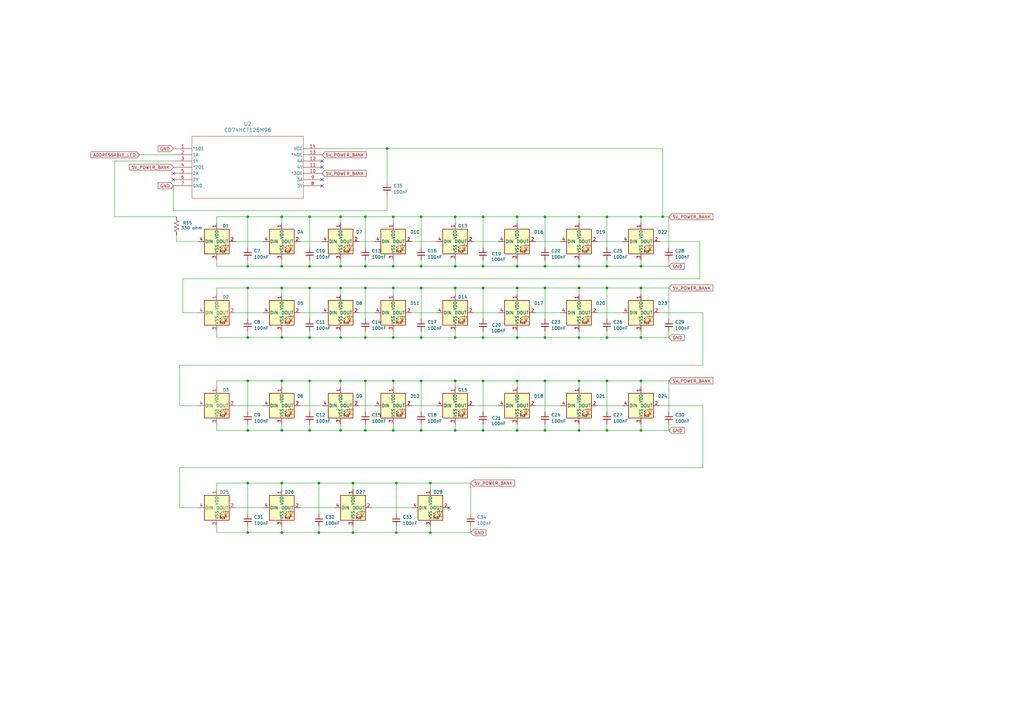
<source format=kicad_sch>
(kicad_sch (version 20250114) (generator "eeschema") (generator_version "9.0")
  (paper "A3")
  (title_block (title "@opensourcedj on twitter") (rev "1") (company "Alex G"))
  (lib_symbols
    (symbol "2025-06-01_06-17-26:CD74HCT125M96" (pin_names (offset 0.254))
      (property "Reference" "U" (at 30.48 10.16 0))
      (property "Value" "CD74HCT125M96" (at 30.48 7.62 0))
      (symbol "CD74HCT125M96_0_1"
        (polyline (pts (xy 7.62 5.08) (xy 7.62 -20.32)) (stroke (width 0.127)))
        (polyline (pts (xy 7.62 -20.32) (xy 53.34 -20.32)) (stroke (width 0.127)))
        (polyline (pts (xy 53.34 5.08) (xy 7.62 5.08)) (stroke (width 0.127)))
        (polyline (pts (xy 53.34 -20.32) (xy 53.34 5.08)) (stroke (width 0.127)))
        (pin input line (at 0 0 0) (length 7.62) (name "*1OE") (number "1"))
        (pin input line (at 0 -2.54 0) (length 7.62) (name "1A") (number "2"))
        (pin output line (at 0 -5.08 0) (length 7.62) (name "1Y") (number "3"))
        (pin input line (at 0 -7.62 0) (length 7.62) (name "*2OE") (number "4"))
        (pin input line (at 0 -10.16 0) (length 7.62) (name "2A") (number "5"))
        (pin output line (at 0 -12.7 0) (length 7.62) (name "2Y") (number "6"))
        (pin power_in line (at 0 -15.24 0) (length 7.62) (name "GND") (number "7"))
        (pin power_in line (at 60.96 0 180) (length 7.62) (name "VCC") (number "14"))
        (pin input line (at 60.96 -2.54 180) (length 7.62) (name "*4OE") (number "13"))
        (pin input line (at 60.96 -5.08 180) (length 7.62) (name "4A") (number "12"))
        (pin output line (at 60.96 -7.62 180) (length 7.62) (name "4Y") (number "11"))
        (pin input line (at 60.96 -10.16 180) (length 7.62) (name "*3OE") (number "10"))
        (pin input line (at 60.96 -12.7 180) (length 7.62) (name "3A") (number "9"))
        (pin output line (at 60.96 -15.24 180) (length 7.62) (name "3Y") (number "8"))
      )
    )
    (symbol "Device:C_Small" (pin_numbers (hide yes)) (pin_names (offset 0.254) (hide yes))
      (property "Reference" "C" (at 0.254 1.778 0))
      (property "Value" "C_Small" (at 0.254 -2.032 0))
      (symbol "C_Small_0_1"
        (polyline (pts (xy -1.524 0.508) (xy 1.524 0.508)) (stroke (width 0.3048)))
        (polyline (pts (xy -1.524 -0.508) (xy 1.524 -0.508)) (stroke (width 0.3302)))
      )
      (symbol "C_Small_1_1"
        (pin passive line (at 0 2.54 270) (length 2.032) (name "~") (number "1"))
        (pin passive line (at 0 -2.54 90) (length 2.032) (name "~") (number "2"))
      )
    )
    (symbol "Device:R_US" (pin_numbers (hide yes)) (pin_names (offset 0))
      (property "Reference" "R" (at 2.54 0 90))
      (property "Value" "R_US" (at -2.54 0 90))
      (symbol "R_US_0_1"
        (polyline (pts (xy 0 2.286) (xy 0 2.54)))
        (polyline (pts (xy 0 2.286) (xy 1.016 1.905) (xy 0 1.524) (xy -1.016 1.143) (xy 0 0.762)))
        (polyline (pts (xy 0 0.762) (xy 1.016 0.381) (xy 0 0) (xy -1.016 -0.381) (xy 0 -0.762)))
        (polyline (pts (xy 0 -0.762) (xy 1.016 -1.143) (xy 0 -1.524) (xy -1.016 -1.905) (xy 0 -2.286)))
        (polyline (pts (xy 0 -2.286) (xy 0 -2.54)))
      )
      (symbol "R_US_1_1"
        (pin passive line (at 0 3.81 270) (length 1.27) (name "~") (number "1"))
        (pin passive line (at 0 -3.81 90) (length 1.27) (name "~") (number "2"))
      )
    )
    (symbol "LED:WS2812B_passive_vss" (pin_names (offset 0.254))
      (property "Reference" "D" (at 5.08 5.715 0))
      (symbol "WS2812B_passive_vss_0_0"
        (text "RGB" (at 2.286 -4.191 0) (effects (font (size 0.762 0.762))))
      )
      (symbol "WS2812B_passive_vss_0_1"
        (polyline (pts (xy 1.27 -2.54) (xy 1.778 -2.54)))
        (polyline (pts (xy 1.27 -3.556) (xy 1.778 -3.556)))
        (polyline (pts (xy 2.286 -1.524) (xy 1.27 -2.54) (xy 1.27 -2.032)))
        (polyline (pts (xy 2.286 -2.54) (xy 1.27 -3.556) (xy 1.27 -3.048)))
        (polyline (pts (xy 3.683 -1.016) (xy 3.683 -3.556) (xy 3.683 -4.064)))
        (polyline (pts (xy 4.699 -1.524) (xy 2.667 -1.524) (xy 3.683 -3.556) (xy 4.699 -1.524)))
        (polyline (pts (xy 4.699 -3.556) (xy 2.667 -3.556)))
        (rectangle (start 5.08 5.08) (end -5.08 -5.08) (stroke (width 0.254)) (fill (type background)))
      )
      (symbol "WS2812B_passive_vss_1_1"
        (pin input line (at -7.62 0 0) (length 2.54) (name "DIN") (number "4"))
        (pin power_in line (at 0 7.62 270) (length 2.54) (name "VDD") (number "1"))
        (pin passive line (at 0 -7.62 90) (length 2.54) (name "VSS") (number "3"))
        (pin output line (at 7.62 0 180) (length 2.54) (name "DOUT") (number "2"))
      )
    )
  )
  (junction (at 149.86 88.9))
  (junction (at 101.6 109.22))
  (junction (at 223.52 138.43))
  (junction (at 248.92 156.21))
  (junction (at 127 118.11))
  (junction (at 223.52 156.21))
  (junction (at 101.6 218.44))
  (junction (at 198.12 138.43))
  (junction (at 262.89 156.21))
  (junction (at 139.7 156.21))
  (junction (at 223.52 118.11))
  (junction (at 101.6 118.11))
  (junction (at 161.29 109.22))
  (junction (at 115.57 138.43))
  (junction (at 115.57 88.9))
  (junction (at 162.56 198.12))
  (junction (at 161.29 88.9))
  (junction (at 271.78 88.9))
  (junction (at 158.75 60.96))
  (junction (at 176.53 198.12))
  (junction (at 127 156.21))
  (junction (at 212.09 88.9))
  (junction (at 144.78 218.44))
  (junction (at 262.89 176.53))
  (junction (at 149.86 176.53))
  (junction (at 186.69 156.21))
  (junction (at 198.12 88.9))
  (junction (at 248.92 176.53))
  (junction (at 212.09 118.11))
  (junction (at 161.29 138.43))
  (junction (at 223.52 176.53))
  (junction (at 237.49 138.43))
  (junction (at 161.29 176.53))
  (junction (at 139.7 138.43))
  (junction (at 212.09 156.21))
  (junction (at 115.57 176.53))
  (junction (at 223.52 109.22))
  (junction (at 172.72 118.11))
  (junction (at 198.12 109.22))
  (junction (at 237.49 176.53))
  (junction (at 223.52 88.9))
  (junction (at 237.49 88.9))
  (junction (at 262.89 138.43))
  (junction (at 149.86 109.22))
  (junction (at 139.7 176.53))
  (junction (at 149.86 138.43))
  (junction (at 101.6 198.12))
  (junction (at 248.92 109.22))
  (junction (at 248.92 138.43))
  (junction (at 115.57 156.21))
  (junction (at 262.89 109.22))
  (junction (at 161.29 156.21))
  (junction (at 161.29 118.11))
  (junction (at 248.92 118.11))
  (junction (at 262.89 88.9))
  (junction (at 115.57 109.22))
  (junction (at 172.72 176.53))
  (junction (at 186.69 118.11))
  (junction (at 101.6 176.53))
  (junction (at 127 138.43))
  (junction (at 115.57 218.44))
  (junction (at 127 109.22))
  (junction (at 237.49 156.21))
  (junction (at 144.78 198.12))
  (junction (at 198.12 118.11))
  (junction (at 172.72 109.22))
  (junction (at 127 88.9))
  (junction (at 115.57 118.11))
  (junction (at 139.7 88.9))
  (junction (at 186.69 109.22))
  (junction (at 149.86 118.11))
  (junction (at 101.6 138.43))
  (junction (at 101.6 156.21))
  (junction (at 237.49 109.22))
  (junction (at 212.09 138.43))
  (junction (at 130.81 218.44))
  (junction (at 176.53 218.44))
  (junction (at 130.81 198.12))
  (junction (at 212.09 109.22))
  (junction (at 127 176.53))
  (junction (at 101.6 88.9))
  (junction (at 186.69 176.53))
  (junction (at 248.92 88.9))
  (junction (at 262.89 118.11))
  (junction (at 139.7 109.22))
  (junction (at 149.86 156.21))
  (junction (at 172.72 156.21))
  (junction (at 172.72 88.9))
  (junction (at 139.7 118.11))
  (junction (at 115.57 198.12))
  (junction (at 237.49 118.11))
  (junction (at 198.12 156.21))
  (junction (at 212.09 176.53))
  (junction (at 186.69 88.9))
  (junction (at 162.56 218.44))
  (junction (at 198.12 176.53))
  (junction (at 172.72 138.43))
  (junction (at 186.69 138.43))
  (no_connect (at 132.08 66.04))
  (no_connect (at 71.12 71.12))
  (no_connect (at 71.12 73.66))
  (no_connect (at 132.08 76.2))
  (no_connect (at 132.08 73.66))
  (no_connect (at 132.08 68.58))
  (no_connect (at 184.15 208.28))
  (wire (pts (xy 198.12 138.43) (xy 212.09 138.43)))
  (wire (pts (xy 149.86 118.11) (xy 161.29 118.11)))
  (wire (pts (xy 223.52 176.53) (xy 237.49 176.53)))
  (wire (pts (xy 212.09 106.68) (xy 212.09 109.22)))
  (wire (pts (xy 172.72 109.22) (xy 186.69 109.22)))
  (wire (pts (xy 88.9 88.9) (xy 101.6 88.9)))
  (wire (pts (xy 223.52 106.68) (xy 223.52 109.22)))
  (wire (pts (xy 186.69 173.99) (xy 186.69 176.53)))
  (wire (pts (xy 101.6 176.53) (xy 115.57 176.53)))
  (wire (pts (xy 139.7 88.9) (xy 149.86 88.9)))
  (wire (pts (xy 186.69 176.53) (xy 198.12 176.53)))
  (wire (pts (xy 88.9 158.75) (xy 88.9 156.21)))
  (wire (pts (xy 248.92 156.21) (xy 262.89 156.21)))
  (wire (pts (xy 288.29 191.77) (xy 73.66 191.77)))
  (wire (pts (xy 147.32 166.37) (xy 153.67 166.37)))
  (wire (pts (xy 115.57 218.44) (xy 130.81 218.44)))
  (wire (pts (xy 262.89 156.21) (xy 262.89 158.75)))
  (wire (pts (xy 127 176.53) (xy 139.7 176.53)))
  (wire (pts (xy 248.92 138.43) (xy 262.89 138.43)))
  (wire (pts (xy 149.86 135.89) (xy 149.86 138.43)))
  (wire (pts (xy 248.92 176.53) (xy 262.89 176.53)))
  (wire (pts (xy 194.31 166.37) (xy 204.47 166.37)))
  (wire (pts (xy 127 173.99) (xy 127 176.53)))
  (wire (pts (xy 176.53 215.9) (xy 176.53 218.44)))
  (wire (pts (xy 72.39 96.52) (xy 72.39 99.06)))
  (wire (pts (xy 162.56 198.12) (xy 176.53 198.12)))
  (wire (pts (xy 198.12 156.21) (xy 212.09 156.21)))
  (wire (pts (xy 73.66 191.77) (xy 73.66 208.28)))
  (wire (pts (xy 101.6 156.21) (xy 115.57 156.21)))
  (wire (pts (xy 149.86 109.22) (xy 161.29 109.22)))
  (wire (pts (xy 96.52 208.28) (xy 107.95 208.28)))
  (wire (pts (xy 101.6 135.89) (xy 101.6 138.43)))
  (wire (pts (xy 248.92 88.9) (xy 262.89 88.9)))
  (wire (pts (xy 212.09 88.9) (xy 223.52 88.9)))
  (wire (pts (xy 237.49 138.43) (xy 248.92 138.43)))
  (wire (pts (xy 101.6 173.99) (xy 101.6 176.53)))
  (wire (pts (xy 161.29 138.43) (xy 172.72 138.43)))
  (wire (pts (xy 172.72 138.43) (xy 186.69 138.43)))
  (wire (pts (xy 274.32 135.89) (xy 274.32 138.43)))
  (wire (pts (xy 237.49 118.11) (xy 248.92 118.11)))
  (wire (pts (xy 115.57 173.99) (xy 115.57 176.53)))
  (wire (pts (xy 162.56 218.44) (xy 176.53 218.44)))
  (wire (pts (xy 101.6 109.22) (xy 115.57 109.22)))
  (wire (pts (xy 139.7 173.99) (xy 139.7 176.53)))
  (wire (pts (xy 161.29 109.22) (xy 172.72 109.22)))
  (wire (pts (xy 127 88.9) (xy 127 101.6)))
  (wire (pts (xy 149.86 88.9) (xy 161.29 88.9)))
  (wire (pts (xy 101.6 118.11) (xy 101.6 130.81)))
  (wire (pts (xy 149.86 176.53) (xy 161.29 176.53)))
  (wire (pts (xy 127 118.11) (xy 127 130.81)))
  (wire (pts (xy 130.81 198.12) (xy 144.78 198.12)))
  (wire (pts (xy 130.81 215.9) (xy 130.81 218.44)))
  (wire (pts (xy 115.57 198.12) (xy 130.81 198.12)))
  (wire (pts (xy 158.75 60.96) (xy 271.78 60.96)))
  (wire (pts (xy 287.02 114.3) (xy 74.93 114.3)))
  (wire (pts (xy 172.72 173.99) (xy 172.72 176.53)))
  (wire (pts (xy 88.9 198.12) (xy 101.6 198.12)))
  (wire (pts (xy 71.12 66.04) (xy 46.99 66.04)))
  (wire (pts (xy 115.57 156.21) (xy 127 156.21)))
  (wire (pts (xy 172.72 156.21) (xy 172.72 168.91)))
  (wire (pts (xy 237.49 88.9) (xy 248.92 88.9)))
  (wire (pts (xy 101.6 198.12) (xy 101.6 210.82)))
  (wire (pts (xy 147.32 128.27) (xy 153.67 128.27)))
  (wire (pts (xy 88.9 88.9) (xy 88.9 91.44)))
  (wire (pts (xy 223.52 156.21) (xy 223.52 168.91)))
  (wire (pts (xy 96.52 99.06) (xy 107.95 99.06)))
  (wire (pts (xy 262.89 88.9) (xy 262.89 91.44)))
  (wire (pts (xy 73.66 166.37) (xy 81.28 166.37)))
  (wire (pts (xy 274.32 106.68) (xy 274.32 109.22)))
  (wire (pts (xy 212.09 156.21) (xy 212.09 158.75)))
  (wire (pts (xy 139.7 88.9) (xy 139.7 91.44)))
  (wire (pts (xy 139.7 106.68) (xy 139.7 109.22)))
  (wire (pts (xy 149.86 106.68) (xy 149.86 109.22)))
  (wire (pts (xy 223.52 118.11) (xy 237.49 118.11)))
  (wire (pts (xy 212.09 176.53) (xy 223.52 176.53)))
  (wire (pts (xy 237.49 135.89) (xy 237.49 138.43)))
  (wire (pts (xy 115.57 109.22) (xy 127 109.22)))
  (wire (pts (xy 212.09 109.22) (xy 223.52 109.22)))
  (wire (pts (xy 139.7 156.21) (xy 149.86 156.21)))
  (wire (pts (xy 262.89 88.9) (xy 271.78 88.9)))
  (wire (pts (xy 274.32 156.21) (xy 274.32 168.91)))
  (wire (pts (xy 144.78 198.12) (xy 144.78 200.66)))
  (wire (pts (xy 198.12 118.11) (xy 198.12 130.81)))
  (wire (pts (xy 139.7 109.22) (xy 149.86 109.22)))
  (wire (pts (xy 96.52 128.27) (xy 107.95 128.27)))
  (wire (pts (xy 198.12 176.53) (xy 212.09 176.53)))
  (wire (pts (xy 186.69 109.22) (xy 198.12 109.22)))
  (wire (pts (xy 152.4 208.28) (xy 168.91 208.28)))
  (wire (pts (xy 172.72 118.11) (xy 186.69 118.11)))
  (wire (pts (xy 237.49 156.21) (xy 237.49 158.75)))
  (wire (pts (xy 248.92 109.22) (xy 262.89 109.22)))
  (wire (pts (xy 212.09 173.99) (xy 212.09 176.53)))
  (wire (pts (xy 101.6 138.43) (xy 115.57 138.43)))
  (wire (pts (xy 158.75 74.93) (xy 158.75 60.96)))
  (wire (pts (xy 149.86 118.11) (xy 149.86 130.81)))
  (wire (pts (xy 115.57 176.53) (xy 127 176.53)))
  (wire (pts (xy 149.86 156.21) (xy 161.29 156.21)))
  (wire (pts (xy 219.71 166.37) (xy 229.87 166.37)))
  (wire (pts (xy 139.7 118.11) (xy 139.7 120.65)))
  (wire (pts (xy 144.78 218.44) (xy 162.56 218.44)))
  (wire (pts (xy 223.52 135.89) (xy 223.52 138.43)))
  (wire (pts (xy 115.57 118.11) (xy 115.57 120.65)))
  (wire (pts (xy 223.52 138.43) (xy 237.49 138.43)))
  (wire (pts (xy 72.39 99.06) (xy 81.28 99.06)))
  (wire (pts (xy 223.52 173.99) (xy 223.52 176.53)))
  (wire (pts (xy 212.09 118.11) (xy 223.52 118.11)))
  (wire (pts (xy 101.6 198.12) (xy 115.57 198.12)))
  (wire (pts (xy 115.57 135.89) (xy 115.57 138.43)))
  (wire (pts (xy 262.89 106.68) (xy 262.89 109.22)))
  (wire (pts (xy 288.29 149.86) (xy 73.66 149.86)))
  (wire (pts (xy 161.29 176.53) (xy 172.72 176.53)))
  (wire (pts (xy 115.57 198.12) (xy 115.57 200.66)))
  (wire (pts (xy 245.11 166.37) (xy 255.27 166.37)))
  (wire (pts (xy 57.15 63.5) (xy 71.12 63.5)))
  (wire (pts (xy 88.9 156.21) (xy 101.6 156.21)))
  (wire (pts (xy 88.9 176.53) (xy 101.6 176.53)))
  (wire (pts (xy 139.7 176.53) (xy 149.86 176.53)))
  (wire (pts (xy 245.11 99.06) (xy 255.27 99.06)))
  (wire (pts (xy 248.92 118.11) (xy 262.89 118.11)))
  (wire (pts (xy 271.78 60.96) (xy 271.78 88.9)))
  (wire (pts (xy 274.32 118.11) (xy 274.32 130.81)))
  (wire (pts (xy 176.53 198.12) (xy 176.53 200.66)))
  (wire (pts (xy 172.72 106.68) (xy 172.72 109.22)))
  (wire (pts (xy 46.99 66.04) (xy 46.99 88.9)))
  (wire (pts (xy 198.12 173.99) (xy 198.12 176.53)))
  (wire (pts (xy 162.56 198.12) (xy 162.56 210.82)))
  (wire (pts (xy 186.69 118.11) (xy 186.69 120.65)))
  (wire (pts (xy 270.51 128.27) (xy 288.29 128.27)))
  (wire (pts (xy 149.86 138.43) (xy 161.29 138.43)))
  (wire (pts (xy 88.9 120.65) (xy 88.9 118.11)))
  (wire (pts (xy 193.04 215.9) (xy 193.04 218.44)))
  (wire (pts (xy 88.9 138.43) (xy 101.6 138.43)))
  (wire (pts (xy 262.89 138.43) (xy 274.32 138.43)))
  (wire (pts (xy 127 118.11) (xy 139.7 118.11)))
  (wire (pts (xy 186.69 156.21) (xy 186.69 158.75)))
  (wire (pts (xy 245.11 128.27) (xy 255.27 128.27)))
  (wire (pts (xy 149.86 156.21) (xy 149.86 168.91)))
  (wire (pts (xy 186.69 106.68) (xy 186.69 109.22)))
  (wire (pts (xy 127 109.22) (xy 139.7 109.22)))
  (wire (pts (xy 172.72 88.9) (xy 186.69 88.9)))
  (wire (pts (xy 161.29 156.21) (xy 172.72 156.21)))
  (wire (pts (xy 168.91 128.27) (xy 179.07 128.27)))
  (wire (pts (xy 262.89 135.89) (xy 262.89 138.43)))
  (wire (pts (xy 194.31 128.27) (xy 204.47 128.27)))
  (wire (pts (xy 270.51 166.37) (xy 288.29 166.37)))
  (wire (pts (xy 149.86 88.9) (xy 149.86 101.6)))
  (wire (pts (xy 248.92 88.9) (xy 248.92 101.6)))
  (wire (pts (xy 139.7 138.43) (xy 149.86 138.43)))
  (wire (pts (xy 237.49 109.22) (xy 248.92 109.22)))
  (wire (pts (xy 161.29 88.9) (xy 172.72 88.9)))
  (wire (pts (xy 123.19 99.06) (xy 132.08 99.06)))
  (wire (pts (xy 101.6 106.68) (xy 101.6 109.22)))
  (wire (pts (xy 115.57 106.68) (xy 115.57 109.22)))
  (wire (pts (xy 262.89 176.53) (xy 274.32 176.53)))
  (wire (pts (xy 161.29 173.99) (xy 161.29 176.53)))
  (wire (pts (xy 223.52 156.21) (xy 237.49 156.21)))
  (wire (pts (xy 74.93 128.27) (xy 81.28 128.27)))
  (wire (pts (xy 262.89 156.21) (xy 274.32 156.21)))
  (wire (pts (xy 212.09 138.43) (xy 223.52 138.43)))
  (wire (pts (xy 158.75 86.36) (xy 158.75 80.01)))
  (wire (pts (xy 194.31 99.06) (xy 204.47 99.06)))
  (wire (pts (xy 212.09 156.21) (xy 223.52 156.21)))
  (wire (pts (xy 96.52 166.37) (xy 107.95 166.37)))
  (wire (pts (xy 161.29 106.68) (xy 161.29 109.22)))
  (wire (pts (xy 161.29 88.9) (xy 161.29 91.44)))
  (wire (pts (xy 262.89 118.11) (xy 274.32 118.11)))
  (wire (pts (xy 127 156.21) (xy 127 168.91)))
  (wire (pts (xy 130.81 198.12) (xy 130.81 210.82)))
  (wire (pts (xy 161.29 118.11) (xy 161.29 120.65)))
  (wire (pts (xy 212.09 135.89) (xy 212.09 138.43)))
  (wire (pts (xy 287.02 99.06) (xy 287.02 114.3)))
  (wire (pts (xy 274.32 88.9) (xy 274.32 101.6)))
  (wire (pts (xy 88.9 109.22) (xy 101.6 109.22)))
  (wire (pts (xy 144.78 215.9) (xy 144.78 218.44)))
  (wire (pts (xy 288.29 166.37) (xy 288.29 191.77)))
  (wire (pts (xy 127 135.89) (xy 127 138.43)))
  (wire (pts (xy 127 156.21) (xy 139.7 156.21)))
  (wire (pts (xy 132.08 60.96) (xy 158.75 60.96)))
  (wire (pts (xy 161.29 135.89) (xy 161.29 138.43)))
  (wire (pts (xy 101.6 215.9) (xy 101.6 218.44)))
  (wire (pts (xy 219.71 99.06) (xy 229.87 99.06)))
  (wire (pts (xy 248.92 135.89) (xy 248.92 138.43)))
  (wire (pts (xy 149.86 173.99) (xy 149.86 176.53)))
  (wire (pts (xy 262.89 118.11) (xy 262.89 120.65)))
  (wire (pts (xy 139.7 135.89) (xy 139.7 138.43)))
  (wire (pts (xy 198.12 88.9) (xy 212.09 88.9)))
  (wire (pts (xy 168.91 99.06) (xy 179.07 99.06)))
  (wire (pts (xy 223.52 88.9) (xy 223.52 101.6)))
  (wire (pts (xy 123.19 208.28) (xy 137.16 208.28)))
  (wire (pts (xy 186.69 88.9) (xy 198.12 88.9)))
  (wire (pts (xy 168.91 166.37) (xy 179.07 166.37)))
  (wire (pts (xy 101.6 218.44) (xy 115.57 218.44)))
  (wire (pts (xy 198.12 106.68) (xy 198.12 109.22)))
  (wire (pts (xy 88.9 173.99) (xy 88.9 176.53)))
  (wire (pts (xy 237.49 176.53) (xy 248.92 176.53)))
  (wire (pts (xy 88.9 200.66) (xy 88.9 198.12)))
  (wire (pts (xy 237.49 88.9) (xy 237.49 91.44)))
  (wire (pts (xy 101.6 88.9) (xy 101.6 101.6)))
  (wire (pts (xy 88.9 218.44) (xy 101.6 218.44)))
  (wire (pts (xy 271.78 88.9) (xy 274.32 88.9)))
  (wire (pts (xy 223.52 88.9) (xy 237.49 88.9)))
  (wire (pts (xy 219.71 128.27) (xy 229.87 128.27)))
  (wire (pts (xy 212.09 118.11) (xy 212.09 120.65)))
  (wire (pts (xy 127 138.43) (xy 139.7 138.43)))
  (wire (pts (xy 270.51 99.06) (xy 287.02 99.06)))
  (wire (pts (xy 198.12 118.11) (xy 212.09 118.11)))
  (wire (pts (xy 212.09 88.9) (xy 212.09 91.44)))
  (wire (pts (xy 248.92 106.68) (xy 248.92 109.22)))
  (wire (pts (xy 198.12 156.21) (xy 198.12 168.91)))
  (wire (pts (xy 172.72 176.53) (xy 186.69 176.53)))
  (wire (pts (xy 88.9 118.11) (xy 101.6 118.11)))
  (wire (pts (xy 115.57 88.9) (xy 127 88.9)))
  (wire (pts (xy 73.66 208.28) (xy 81.28 208.28)))
  (wire (pts (xy 223.52 109.22) (xy 237.49 109.22)))
  (wire (pts (xy 46.99 88.9) (xy 72.39 88.9)))
  (wire (pts (xy 172.72 118.11) (xy 172.72 130.81)))
  (wire (pts (xy 198.12 135.89) (xy 198.12 138.43)))
  (wire (pts (xy 223.52 118.11) (xy 223.52 130.81)))
  (wire (pts (xy 162.56 215.9) (xy 162.56 218.44)))
  (wire (pts (xy 88.9 106.68) (xy 88.9 109.22)))
  (wire (pts (xy 198.12 109.22) (xy 212.09 109.22)))
  (wire (pts (xy 161.29 156.21) (xy 161.29 158.75)))
  (wire (pts (xy 71.12 76.2) (xy 71.12 86.36)))
  (wire (pts (xy 123.19 166.37) (xy 132.08 166.37)))
  (wire (pts (xy 237.49 156.21) (xy 248.92 156.21)))
  (wire (pts (xy 139.7 118.11) (xy 149.86 118.11)))
  (wire (pts (xy 161.29 118.11) (xy 172.72 118.11)))
  (wire (pts (xy 193.04 198.12) (xy 193.04 210.82)))
  (wire (pts (xy 123.19 128.27) (xy 132.08 128.27)))
  (wire (pts (xy 115.57 156.21) (xy 115.57 158.75)))
  (wire (pts (xy 237.49 106.68) (xy 237.49 109.22)))
  (wire (pts (xy 288.29 128.27) (xy 288.29 149.86)))
  (wire (pts (xy 186.69 138.43) (xy 198.12 138.43)))
  (wire (pts (xy 101.6 156.21) (xy 101.6 168.91)))
  (wire (pts (xy 248.92 156.21) (xy 248.92 168.91)))
  (wire (pts (xy 248.92 173.99) (xy 248.92 176.53)))
  (wire (pts (xy 147.32 99.06) (xy 153.67 99.06)))
  (wire (pts (xy 144.78 198.12) (xy 162.56 198.12)))
  (wire (pts (xy 130.81 218.44) (xy 144.78 218.44)))
  (wire (pts (xy 172.72 135.89) (xy 172.72 138.43)))
  (wire (pts (xy 237.49 118.11) (xy 237.49 120.65)))
  (wire (pts (xy 262.89 109.22) (xy 274.32 109.22)))
  (wire (pts (xy 115.57 88.9) (xy 115.57 91.44)))
  (wire (pts (xy 74.93 114.3) (xy 74.93 128.27)))
  (wire (pts (xy 176.53 198.12) (xy 193.04 198.12)))
  (wire (pts (xy 186.69 88.9) (xy 186.69 91.44)))
  (wire (pts (xy 101.6 118.11) (xy 115.57 118.11)))
  (wire (pts (xy 71.12 86.36) (xy 158.75 86.36)))
  (wire (pts (xy 274.32 173.99) (xy 274.32 176.53)))
  (wire (pts (xy 262.89 173.99) (xy 262.89 176.53)))
  (wire (pts (xy 198.12 88.9) (xy 198.12 101.6)))
  (wire (pts (xy 88.9 215.9) (xy 88.9 218.44)))
  (wire (pts (xy 248.92 118.11) (xy 248.92 130.81)))
  (wire (pts (xy 172.72 156.21) (xy 186.69 156.21)))
  (wire (pts (xy 237.49 173.99) (xy 237.49 176.53)))
  (wire (pts (xy 186.69 156.21) (xy 198.12 156.21)))
  (wire (pts (xy 88.9 135.89) (xy 88.9 138.43)))
  (wire (pts (xy 101.6 88.9) (xy 115.57 88.9)))
  (wire (pts (xy 186.69 118.11) (xy 198.12 118.11)))
  (wire (pts (xy 172.72 88.9) (xy 172.72 101.6)))
  (wire (pts (xy 115.57 118.11) (xy 127 118.11)))
  (wire (pts (xy 186.69 135.89) (xy 186.69 138.43)))
  (wire (pts (xy 139.7 156.21) (xy 139.7 158.75)))
  (wire (pts (xy 176.53 218.44) (xy 193.04 218.44)))
  (wire (pts (xy 73.66 149.86) (xy 73.66 166.37)))
  (wire (pts (xy 115.57 138.43) (xy 127 138.43)))
  (wire (pts (xy 127 106.68) (xy 127 109.22)))
  (wire (pts (xy 127 88.9) (xy 139.7 88.9)))
  (wire (pts (xy 115.57 215.9) (xy 115.57 218.44)))
  (global_label "GND" (shape input) (at 274.32 109.22 0) (property "Intersheetrefs" "${INTERSHEET_REFS}" (effects (hide yes))))
  (global_label "5V_POWER_BANK" (shape input) (at 274.32 118.11 0) (property "Intersheetrefs" "${INTERSHEET_REFS}" (effects (hide yes))))
  (global_label "GND" (shape input) (at 274.32 138.43 0) (property "Intersheetrefs" "${INTERSHEET_REFS}" (effects (hide yes))))
  (global_label "GND" (shape input) (at 193.04 218.44 0) (property "Intersheetrefs" "${INTERSHEET_REFS}" (effects (hide yes))))
  (global_label "GND" (shape input) (at 71.12 76.2 180) (property "Intersheetrefs" "${INTERSHEET_REFS}" (effects (hide yes))))
  (global_label "5V_POWER_BANK" (shape input) (at 193.04 198.12 0) (property "Intersheetrefs" "${INTERSHEET_REFS}" (effects (hide yes))))
  (global_label "GND" (shape input) (at 274.32 176.53 0) (property "Intersheetrefs" "${INTERSHEET_REFS}" (effects (hide yes))))
  (global_label "5V_POWER_BANK" (shape input) (at 132.08 71.12 0) (property "Intersheetrefs" "${INTERSHEET_REFS}" (effects (hide yes))))
  (global_label "5V_POWER_BANK" (shape input) (at 71.12 68.58 180) (property "Intersheetrefs" "${INTERSHEET_REFS}" (effects (hide yes))))
  (global_label "5V_POWER_BANK" (shape input) (at 274.32 88.9 0) (property "Intersheetrefs" "${INTERSHEET_REFS}" (effects (hide yes))))
  (global_label "5V_POWER_BANK" (shape input) (at 274.32 156.21 0) (property "Intersheetrefs" "${INTERSHEET_REFS}" (effects (hide yes))))
  (global_label "GND" (shape input) (at 71.12 60.96 180) (property "Intersheetrefs" "${INTERSHEET_REFS}" (effects (hide yes))))
  (global_label "ADDRESSABLE_LED" (shape input) (at 57.15 63.5 180) (property "Intersheetrefs" "${INTERSHEET_REFS}" (effects (hide yes))))
  (global_label "5V_POWER_BANK" (shape input) (at 132.08 63.5 0) (property "Intersheetrefs" "${INTERSHEET_REFS}" (effects (hide yes))))
  (symbol (lib_id "Device:C_Small") (at 127 171.45 0) (unit 1)
    (property "Reference" "C12" (at 129.54 170.1862 0) (effects (justify left)))
    (property "Value" "100nF" (at 129.54 172.7262 0) (effects (justify left)))
    (property "Footprint" "Capacitor_SMD:C_0603_1608Metric" (effects (hide yes)))
    (property "Description" "Unpolarized capacitor, small symbol" (effects (hide yes)))
  )
  (symbol (lib_id "Device:C_Small") (at 274.32 171.45 0) (unit 1)
    (property "Reference" "C30" (at 276.86 170.1862 0) (effects (justify left)))
    (property "Value" "100nF" (at 276.86 172.7262 0) (effects (justify left)))
    (property "Footprint" "Capacitor_SMD:C_0603_1608Metric" (effects (hide yes)))
    (property "Description" "Unpolarized capacitor, small symbol" (effects (hide yes)))
  )
  (symbol (lib_id "LED:WS2812B_passive_vss") (at 212.09 166.37 0) (unit 1)
    (property "Reference" "D18" (at 220.98 162.4898 0))
    (property "Value" "WS2812B_passive_vss" (effects (hide yes)))
    (property "Footprint" "LED_SMD:LED_WS2812B_PLCC4_5.0x5.0mm_P3.2mm" (effects (hide yes)))
    (property "Datasheet" "https://cdn-shop.adafruit.com/datasheets/WS2812B.pdf" (effects (hide yes)))
    (property "Description" "RGB LED with integrated controller" (effects (hide yes)))
  )
  (symbol (lib_id "Device:C_Small") (at 223.52 133.35 0) (unit 1)
    (property "Reference" "C23" (at 226.06 132.0862 0) (effects (justify left)))
    (property "Value" "100nF" (at 226.06 134.6262 0) (effects (justify left)))
    (property "Footprint" "Capacitor_SMD:C_0603_1608Metric" (effects (hide yes)))
    (property "Description" "Unpolarized capacitor, small symbol" (effects (hide yes)))
  )
  (symbol (lib_id "Device:C_Small") (at 101.6 171.45 0) (unit 1)
    (property "Reference" "C9" (at 104.14 170.1862 0) (effects (justify left)))
    (property "Value" "100nF" (at 104.14 172.7262 0) (effects (justify left)))
    (property "Footprint" "Capacitor_SMD:C_0603_1608Metric" (effects (hide yes)))
    (property "Description" "Unpolarized capacitor, small symbol" (effects (hide yes)))
  )
  (symbol (lib_id "LED:WS2812B_passive_vss") (at 115.57 208.28 0) (unit 1)
    (property "Reference" "D26" (at 120.65 202.565 0) (effects (justify right bottom)))
    (property "Value" "WS2812B_passive_vss" (effects (hide yes)))
    (property "Footprint" "LED_SMD:LED_WS2812B_PLCC4_5.0x5.0mm_P3.2mm" (effects (hide yes)))
    (property "Datasheet" "https://cdn-shop.adafruit.com/datasheets/WS2812B.pdf" (effects (hide yes)))
    (property "Description" "RGB LED with integrated controller" (effects (hide yes)))
  )
  (symbol (lib_id "LED:WS2812B_passive_vss") (at 139.7 128.27 0) (unit 1)
    (property "Reference" "D8" (at 147.32 124.3898 0))
    (property "Value" "WS2812B_passive_vss" (effects (hide yes)))
    (property "Footprint" "LED_SMD:LED_WS2812B_PLCC4_5.0x5.0mm_P3.2mm" (effects (hide yes)))
    (property "Datasheet" "https://cdn-shop.adafruit.com/datasheets/WS2812B.pdf" (effects (hide yes)))
    (property "Description" "RGB LED with integrated controller" (effects (hide yes)))
  )
  (symbol (lib_id "LED:WS2812B_passive_vss") (at 237.49 128.27 0) (unit 1)
    (property "Reference" "D20" (at 246.38 124.3898 0))
    (property "Value" "WS2812B_passive_vss" (effects (hide yes)))
    (property "Footprint" "LED_SMD:LED_WS2812B_PLCC4_5.0x5.0mm_P3.2mm" (effects (hide yes)))
    (property "Datasheet" "https://cdn-shop.adafruit.com/datasheets/WS2812B.pdf" (effects (hide yes)))
    (property "Description" "RGB LED with integrated controller" (effects (hide yes)))
  )
  (symbol (lib_id "Device:C_Small") (at 158.75 77.47 0) (unit 1)
    (property "Reference" "C35" (at 161.29 76.2062 0) (effects (justify left)))
    (property "Value" "100nF" (at 161.29 78.7462 0) (effects (justify left)))
    (property "Footprint" "Capacitor_SMD:C_0603_1608Metric" (effects (hide yes)))
    (property "Description" "Unpolarized capacitor, small symbol" (effects (hide yes)))
  )
  (symbol (lib_id "Device:C_Small") (at 248.92 104.14 0) (unit 1)
    (property "Reference" "C25" (at 251.46 102.8762 0) (effects (justify left)))
    (property "Value" "100nF" (at 251.46 105.4162 0) (effects (justify left)))
    (property "Footprint" "Capacitor_SMD:C_0603_1608Metric" (effects (hide yes)))
    (property "Description" "Unpolarized capacitor, small symbol" (effects (hide yes)))
  )
  (symbol (lib_id "LED:WS2812B_passive_vss") (at 88.9 128.27 0) (unit 1)
    (property "Reference" "D2" (at 93.98 122.555 0) (effects (justify right bottom)))
    (property "Value" "WS2812B_passive_vss" (effects (hide yes)))
    (property "Footprint" "LED_SMD:LED_WS2812B_PLCC4_5.0x5.0mm_P3.2mm" (effects (hide yes)))
    (property "Datasheet" "https://cdn-shop.adafruit.com/datasheets/WS2812B.pdf" (effects (hide yes)))
    (property "Description" "RGB LED with integrated controller" (effects (hide yes)))
  )
  (symbol (lib_id "LED:WS2812B_passive_vss") (at 144.78 208.28 0) (unit 1)
    (property "Reference" "D27" (at 149.86 202.565 0) (effects (justify right bottom)))
    (property "Value" "WS2812B_passive_vss" (effects (hide yes)))
    (property "Footprint" "LED_SMD:LED_WS2812B_PLCC4_5.0x5.0mm_P3.2mm" (effects (hide yes)))
    (property "Datasheet" "https://cdn-shop.adafruit.com/datasheets/WS2812B.pdf" (effects (hide yes)))
    (property "Description" "RGB LED with integrated controller" (effects (hide yes)))
  )
  (symbol (lib_id "Device:C_Small") (at 127 104.14 0) (unit 1)
    (property "Reference" "C10" (at 129.54 102.8762 0) (effects (justify left)))
    (property "Value" "100nF" (at 129.54 105.4162 0) (effects (justify left)))
    (property "Footprint" "Capacitor_SMD:C_0603_1608Metric" (effects (hide yes)))
    (property "Description" "Unpolarized capacitor, small symbol" (effects (hide yes)))
  )
  (symbol (lib_id "Device:C_Small") (at 274.32 133.35 0) (unit 1)
    (property "Reference" "C29" (at 276.86 132.0862 0) (effects (justify left)))
    (property "Value" "100nF" (at 276.86 134.6262 0) (effects (justify left)))
    (property "Footprint" "Capacitor_SMD:C_0603_1608Metric" (effects (hide yes)))
    (property "Description" "Unpolarized capacitor, small symbol" (effects (hide yes)))
  )
  (symbol (lib_id "Device:C_Small") (at 101.6 133.35 0) (unit 1)
    (property "Reference" "C8" (at 104.14 132.0862 0) (effects (justify left)))
    (property "Value" "100nF" (at 104.14 134.6262 0) (effects (justify left)))
    (property "Footprint" "Capacitor_SMD:C_0603_1608Metric" (effects (hide yes)))
    (property "Description" "Unpolarized capacitor, small symbol" (effects (hide yes)))
  )
  (symbol (lib_id "Device:C_Small") (at 198.12 133.35 0) (unit 1)
    (property "Reference" "C20" (at 201.676 133.35 0) (effects (justify left)))
    (property "Value" "100nF" (at 201.422 135.636 0) (effects (justify left)))
    (property "Footprint" "Capacitor_SMD:C_0603_1608Metric" (effects (hide yes)))
    (property "Description" "Unpolarized capacitor, small symbol" (effects (hide yes)))
  )
  (symbol (lib_id "Device:C_Small") (at 172.72 171.45 0) (unit 1)
    (property "Reference" "C18" (at 175.26 170.1862 0) (effects (justify left)))
    (property "Value" "100nF" (at 175.26 172.7262 0) (effects (justify left)))
    (property "Footprint" "Capacitor_SMD:C_0603_1608Metric" (effects (hide yes)))
    (property "Description" "Unpolarized capacitor, small symbol" (effects (hide yes)))
  )
  (symbol (lib_id "Device:C_Small") (at 101.6 213.36 0) (unit 1)
    (property "Reference" "C31" (at 104.14 212.0962 0) (effects (justify left)))
    (property "Value" "100nF" (at 104.14 214.6362 0) (effects (justify left)))
    (property "Footprint" "Capacitor_SMD:C_0603_1608Metric" (effects (hide yes)))
    (property "Description" "Unpolarized capacitor, small symbol" (effects (hide yes)))
  )
  (symbol (lib_id "LED:WS2812B_passive_vss") (at 262.89 128.27 0) (unit 1)
    (property "Reference" "D23" (at 271.78 124.3898 0))
    (property "Value" "WS2812B_passive_vss" (effects (hide yes)))
    (property "Footprint" "LED_SMD:LED_WS2812B_PLCC4_5.0x5.0mm_P3.2mm" (effects (hide yes)))
    (property "Datasheet" "https://cdn-shop.adafruit.com/datasheets/WS2812B.pdf" (effects (hide yes)))
    (property "Description" "RGB LED with integrated controller" (effects (hide yes)))
  )
  (symbol (lib_id "Device:C_Small") (at 223.52 171.45 0) (unit 1)
    (property "Reference" "C24" (at 226.06 170.1862 0) (effects (justify left)))
    (property "Value" "100nF" (at 226.06 172.7262 0) (effects (justify left)))
    (property "Footprint" "Capacitor_SMD:C_0603_1608Metric" (effects (hide yes)))
    (property "Description" "Unpolarized capacitor, small symbol" (effects (hide yes)))
  )
  (symbol (lib_id "LED:WS2812B_passive_vss") (at 186.69 128.27 0) (unit 1)
    (property "Reference" "D14" (at 191.77 122.555 0) (effects (justify right bottom)))
    (property "Value" "WS2812B_passive_vss" (effects (hide yes)))
    (property "Footprint" "LED_SMD:LED_WS2812B_PLCC4_5.0x5.0mm_P3.2mm" (effects (hide yes)))
    (property "Datasheet" "https://cdn-shop.adafruit.com/datasheets/WS2812B.pdf" (effects (hide yes)))
    (property "Description" "RGB LED with integrated controller" (effects (hide yes)))
  )
  (symbol (lib_id "LED:WS2812B_passive_vss") (at 186.69 99.06 0) (unit 1)
    (property "Reference" "D13" (at 191.77 93.345 0) (effects (justify right bottom)))
    (property "Value" "WS2812B_passive_vss" (effects (hide yes)))
    (property "Footprint" "LED_SMD:LED_WS2812B_PLCC4_5.0x5.0mm_P3.2mm" (effects (hide yes)))
    (property "Datasheet" "https://cdn-shop.adafruit.com/datasheets/WS2812B.pdf" (effects (hide yes)))
    (property "Description" "RGB LED with integrated controller" (effects (hide yes)))
  )
  (symbol (lib_id "LED:WS2812B_passive_vss") (at 115.57 128.27 0) (unit 1)
    (property "Reference" "D5" (at 123.19 124.3898 0))
    (property "Value" "WS2812B_passive_vss" (effects (hide yes)))
    (property "Footprint" "LED_SMD:LED_WS2812B_PLCC4_5.0x5.0mm_P3.2mm" (effects (hide yes)))
    (property "Datasheet" "https://cdn-shop.adafruit.com/datasheets/WS2812B.pdf" (effects (hide yes)))
    (property "Description" "RGB LED with integrated controller" (effects (hide yes)))
  )
  (symbol (lib_id "Device:C_Small") (at 248.92 133.35 0) (unit 1)
    (property "Reference" "C26" (at 251.46 132.0862 0) (effects (justify left)))
    (property "Value" "100nF" (at 251.46 134.6262 0) (effects (justify left)))
    (property "Footprint" "Capacitor_SMD:C_0603_1608Metric" (effects (hide yes)))
    (property "Description" "Unpolarized capacitor, small symbol" (effects (hide yes)))
  )
  (symbol (lib_id "Device:C_Small") (at 149.86 171.45 0) (unit 1)
    (property "Reference" "C15" (at 152.4 170.1862 0) (effects (justify left)))
    (property "Value" "100nF" (at 152.4 172.7262 0) (effects (justify left)))
    (property "Footprint" "Capacitor_SMD:C_0603_1608Metric" (effects (hide yes)))
    (property "Description" "Unpolarized capacitor, small symbol" (effects (hide yes)))
  )
  (symbol (lib_id "Device:C_Small") (at 248.92 171.45 0) (unit 1)
    (property "Reference" "C27" (at 251.46 170.1862 0) (effects (justify left)))
    (property "Value" "100nF" (at 251.46 172.7262 0) (effects (justify left)))
    (property "Footprint" "Capacitor_SMD:C_0603_1608Metric" (effects (hide yes)))
    (property "Description" "Unpolarized capacitor, small symbol" (effects (hide yes)))
  )
  (symbol (lib_id "LED:WS2812B_passive_vss") (at 237.49 99.06 0) (unit 1)
    (property "Reference" "D19" (at 246.38 95.1798 0))
    (property "Value" "WS2812B_passive_vss" (effects (hide yes)))
    (property "Footprint" "LED_SMD:LED_WS2812B_PLCC4_5.0x5.0mm_P3.2mm" (effects (hide yes)))
    (property "Datasheet" "https://cdn-shop.adafruit.com/datasheets/WS2812B.pdf" (effects (hide yes)))
    (property "Description" "RGB LED with integrated controller" (effects (hide yes)))
  )
  (symbol (lib_id "LED:WS2812B_passive_vss") (at 237.49 166.37 0) (unit 1)
    (property "Reference" "D21" (at 246.38 162.4898 0))
    (property "Value" "WS2812B_passive_vss" (effects (hide yes)))
    (property "Footprint" "LED_SMD:LED_WS2812B_PLCC4_5.0x5.0mm_P3.2mm" (effects (hide yes)))
    (property "Datasheet" "https://cdn-shop.adafruit.com/datasheets/WS2812B.pdf" (effects (hide yes)))
    (property "Description" "RGB LED with integrated controller" (effects (hide yes)))
  )
  (symbol (lib_id "LED:WS2812B_passive_vss") (at 186.69 166.37 0) (unit 1)
    (property "Reference" "D15" (at 191.77 160.655 0) (effects (justify right bottom)))
    (property "Value" "WS2812B_passive_vss" (effects (hide yes)))
    (property "Footprint" "LED_SMD:LED_WS2812B_PLCC4_5.0x5.0mm_P3.2mm" (effects (hide yes)))
    (property "Datasheet" "https://cdn-shop.adafruit.com/datasheets/WS2812B.pdf" (effects (hide yes)))
    (property "Description" "RGB LED with integrated controller" (effects (hide yes)))
  )
  (symbol (lib_id "Device:C_Small") (at 172.72 104.14 0) (unit 1)
    (property "Reference" "C16" (at 175.26 102.8762 0) (effects (justify left)))
    (property "Value" "100nF" (at 175.26 105.4162 0) (effects (justify left)))
    (property "Footprint" "Capacitor_SMD:C_0603_1608Metric" (effects (hide yes)))
    (property "Description" "Unpolarized capacitor, small symbol" (effects (hide yes)))
  )
  (symbol (lib_id "2025-06-01_06-17-26:CD74HCT125M96") (at 71.12 60.96 0) (unit 1)
    (property "Reference" "U2" (at 101.6 50.8 0) (effects (font (size 1.524 1.524))))
    (property "Value" "CD74HCT125M96" (at 101.6 53.34 0) (effects (font (size 1.524 1.524))))
    (property "Footprint" "footprints_CD74HCT125M96:D14" (effects (hide yes)))
    (property "Datasheet" "CD74HCT125M96" (effects (hide yes)))
  )
  (symbol (lib_id "Device:C_Small") (at 162.56 213.36 0) (unit 1)
    (property "Reference" "C33" (at 165.1 212.0962 0) (effects (justify left)))
    (property "Value" "100nF" (at 165.1 214.6362 0) (effects (justify left)))
    (property "Footprint" "Capacitor_SMD:C_0603_1608Metric" (effects (hide yes)))
    (property "Description" "Unpolarized capacitor, small symbol" (effects (hide yes)))
  )
  (symbol (lib_id "Device:C_Small") (at 149.86 104.14 0) (unit 1)
    (property "Reference" "C13" (at 152.4 102.8762 0) (effects (justify left)))
    (property "Value" "100nF" (at 152.4 105.4162 0) (effects (justify left)))
    (property "Footprint" "Capacitor_SMD:C_0603_1608Metric" (effects (hide yes)))
    (property "Description" "Unpolarized capacitor, small symbol" (effects (hide yes)))
  )
  (symbol (lib_id "LED:WS2812B_passive_vss") (at 161.29 99.06 0) (unit 1)
    (property "Reference" "D10" (at 170.18 95.1798 0))
    (property "Value" "WS2812B_passive_vss" (effects (hide yes)))
    (property "Footprint" "LED_SMD:LED_WS2812B_PLCC4_5.0x5.0mm_P3.2mm" (effects (hide yes)))
    (property "Datasheet" "https://cdn-shop.adafruit.com/datasheets/WS2812B.pdf" (effects (hide yes)))
    (property "Description" "RGB LED with integrated controller" (effects (hide yes)))
  )
  (symbol (lib_id "Device:C_Small") (at 198.12 171.45 0) (unit 1)
    (property "Reference" "C21" (at 201.676 171.45 0) (effects (justify left)))
    (property "Value" "100nF" (at 201.422 173.736 0) (effects (justify left)))
    (property "Footprint" "Capacitor_SMD:C_0603_1608Metric" (effects (hide yes)))
    (property "Description" "Unpolarized capacitor, small symbol" (effects (hide yes)))
  )
  (symbol (lib_id "LED:WS2812B_passive_vss") (at 139.7 166.37 0) (unit 1)
    (property "Reference" "D9" (at 147.32 162.4898 0))
    (property "Value" "WS2812B_passive_vss" (effects (hide yes)))
    (property "Footprint" "LED_SMD:LED_WS2812B_PLCC4_5.0x5.0mm_P3.2mm" (effects (hide yes)))
    (property "Datasheet" "https://cdn-shop.adafruit.com/datasheets/WS2812B.pdf" (effects (hide yes)))
    (property "Description" "RGB LED with integrated controller" (effects (hide yes)))
  )
  (symbol (lib_id "LED:WS2812B_passive_vss") (at 88.9 208.28 0) (unit 1)
    (property "Reference" "D25" (at 93.98 202.565 0) (effects (justify right bottom)))
    (property "Value" "WS2812B_passive_vss" (effects (hide yes)))
    (property "Footprint" "LED_SMD:LED_WS2812B_PLCC4_5.0x5.0mm_P3.2mm" (effects (hide yes)))
    (property "Datasheet" "https://cdn-shop.adafruit.com/datasheets/WS2812B.pdf" (effects (hide yes)))
    (property "Description" "RGB LED with integrated controller" (effects (hide yes)))
  )
  (symbol (lib_id "Device:C_Small") (at 172.72 133.35 0) (unit 1)
    (property "Reference" "C17" (at 175.26 132.0862 0) (effects (justify left)))
    (property "Value" "100nF" (at 175.26 134.6262 0) (effects (justify left)))
    (property "Footprint" "Capacitor_SMD:C_0603_1608Metric" (effects (hide yes)))
    (property "Description" "Unpolarized capacitor, small symbol" (effects (hide yes)))
  )
  (symbol (lib_id "Device:C_Small") (at 223.52 104.14 0) (unit 1)
    (property "Reference" "C22" (at 226.06 102.8762 0) (effects (justify left)))
    (property "Value" "100nF" (at 226.06 105.4162 0) (effects (justify left)))
    (property "Footprint" "Capacitor_SMD:C_0603_1608Metric" (effects (hide yes)))
    (property "Description" "Unpolarized capacitor, small symbol" (effects (hide yes)))
  )
  (symbol (lib_id "LED:WS2812B_passive_vss") (at 161.29 166.37 0) (unit 1)
    (property "Reference" "D12" (at 170.18 162.4898 0))
    (property "Value" "WS2812B_passive_vss" (effects (hide yes)))
    (property "Footprint" "LED_SMD:LED_WS2812B_PLCC4_5.0x5.0mm_P3.2mm" (effects (hide yes)))
    (property "Datasheet" "https://cdn-shop.adafruit.com/datasheets/WS2812B.pdf" (effects (hide yes)))
    (property "Description" "RGB LED with integrated controller" (effects (hide yes)))
  )
  (symbol (lib_id "Device:C_Small") (at 193.04 213.36 0) (unit 1)
    (property "Reference" "C34" (at 195.58 212.0962 0) (effects (justify left)))
    (property "Value" "100nF" (at 195.58 214.6362 0) (effects (justify left)))
    (property "Footprint" "Capacitor_SMD:C_0603_1608Metric" (effects (hide yes)))
    (property "Description" "Unpolarized capacitor, small symbol" (effects (hide yes)))
  )
  (symbol (lib_id "Device:C_Small") (at 274.32 104.14 0) (unit 1)
    (property "Reference" "C28" (at 276.86 102.8762 0) (effects (justify left)))
    (property "Value" "100nF" (at 276.86 105.4162 0) (effects (justify left)))
    (property "Footprint" "Capacitor_SMD:C_0603_1608Metric" (effects (hide yes)))
    (property "Description" "Unpolarized capacitor, small symbol" (effects (hide yes)))
  )
  (symbol (lib_id "LED:WS2812B_passive_vss") (at 212.09 99.06 0) (unit 1)
    (property "Reference" "D16" (at 220.98 95.1798 0))
    (property "Value" "WS2812B_passive_vss" (effects (hide yes)))
    (property "Footprint" "LED_SMD:LED_WS2812B_PLCC4_5.0x5.0mm_P3.2mm" (effects (hide yes)))
    (property "Datasheet" "https://cdn-shop.adafruit.com/datasheets/WS2812B.pdf" (effects (hide yes)))
    (property "Description" "RGB LED with integrated controller" (effects (hide yes)))
  )
  (symbol (lib_id "Device:C_Small") (at 127 133.35 0) (unit 1)
    (property "Reference" "C11" (at 129.54 132.0862 0) (effects (justify left)))
    (property "Value" "100nF" (at 129.54 134.6262 0) (effects (justify left)))
    (property "Footprint" "Capacitor_SMD:C_0603_1608Metric" (effects (hide yes)))
    (property "Description" "Unpolarized capacitor, small symbol" (effects (hide yes)))
  )
  (symbol (lib_id "LED:WS2812B_passive_vss") (at 262.89 99.06 0) (unit 1)
    (property "Reference" "D22" (at 271.78 95.1798 0))
    (property "Value" "WS2812B_passive_vss" (effects (hide yes)))
    (property "Footprint" "LED_SMD:LED_WS2812B_PLCC4_5.0x5.0mm_P3.2mm" (effects (hide yes)))
    (property "Datasheet" "https://cdn-shop.adafruit.com/datasheets/WS2812B.pdf" (effects (hide yes)))
    (property "Description" "RGB LED with integrated controller" (effects (hide yes)))
  )
  (symbol (lib_id "LED:WS2812B_passive_vss") (at 115.57 166.37 0) (unit 1)
    (property "Reference" "D6" (at 123.19 162.4898 0))
    (property "Value" "WS2812B_passive_vss" (effects (hide yes)))
    (property "Footprint" "LED_SMD:LED_WS2812B_PLCC4_5.0x5.0mm_P3.2mm" (effects (hide yes)))
    (property "Datasheet" "https://cdn-shop.adafruit.com/datasheets/WS2812B.pdf" (effects (hide yes)))
    (property "Description" "RGB LED with integrated controller" (effects (hide yes)))
  )
  (symbol (lib_id "LED:WS2812B_passive_vss") (at 212.09 128.27 0) (unit 1)
    (property "Reference" "D17" (at 220.98 124.3898 0))
    (property "Value" "WS2812B_passive_vss" (effects (hide yes)))
    (property "Footprint" "LED_SMD:LED_WS2812B_PLCC4_5.0x5.0mm_P3.2mm" (effects (hide yes)))
    (property "Datasheet" "https://cdn-shop.adafruit.com/datasheets/WS2812B.pdf" (effects (hide yes)))
    (property "Description" "RGB LED with integrated controller" (effects (hide yes)))
  )
  (symbol (lib_id "Device:C_Small") (at 101.6 104.14 0) (unit 1)
    (property "Reference" "C7" (at 104.14 102.8762 0) (effects (justify left)))
    (property "Value" "100nF" (at 104.14 105.4162 0) (effects (justify left)))
    (property "Footprint" "Capacitor_SMD:C_0603_1608Metric" (effects (hide yes)))
    (property "Description" "Unpolarized capacitor, small symbol" (effects (hide yes)))
  )
  (symbol (lib_id "Device:C_Small") (at 198.12 104.14 0) (unit 1)
    (property "Reference" "C19" (at 201.676 104.14 0) (effects (justify left)))
    (property "Value" "100nF" (at 201.422 106.426 0) (effects (justify left)))
    (property "Footprint" "Capacitor_SMD:C_0603_1608Metric" (effects (hide yes)))
    (property "Description" "Unpolarized capacitor, small symbol" (effects (hide yes)))
  )
  (symbol (lib_id "LED:WS2812B_passive_vss") (at 262.89 166.37 0) (unit 1)
    (property "Reference" "D24" (at 271.78 162.4898 0))
    (property "Value" "WS2812B_passive_vss" (effects (hide yes)))
    (property "Footprint" "LED_SMD:LED_WS2812B_PLCC4_5.0x5.0mm_P3.2mm" (effects (hide yes)))
    (property "Datasheet" "https://cdn-shop.adafruit.com/datasheets/WS2812B.pdf" (effects (hide yes)))
    (property "Description" "RGB LED with integrated controller" (effects (hide yes)))
  )
  (symbol (lib_id "Device:C_Small") (at 130.81 213.36 0) (unit 1)
    (property "Reference" "C32" (at 133.35 212.0962 0) (effects (justify left)))
    (property "Value" "100nF" (at 133.35 214.6362 0) (effects (justify left)))
    (property "Footprint" "Capacitor_SMD:C_0603_1608Metric" (effects (hide yes)))
    (property "Description" "Unpolarized capacitor, small symbol" (effects (hide yes)))
  )
  (symbol (lib_id "LED:WS2812B_passive_vss") (at 88.9 166.37 0) (unit 1)
    (property "Reference" "D3" (at 93.98 160.655 0) (effects (justify right bottom)))
    (property "Value" "WS2812B_passive_vss" (effects (hide yes)))
    (property "Footprint" "LED_SMD:LED_WS2812B_PLCC4_5.0x5.0mm_P3.2mm" (effects (hide yes)))
    (property "Datasheet" "https://cdn-shop.adafruit.com/datasheets/WS2812B.pdf" (effects (hide yes)))
    (property "Description" "RGB LED with integrated controller" (effects (hide yes)))
  )
  (symbol (lib_id "LED:WS2812B_passive_vss") (at 88.9 99.06 0) (unit 1)
    (property "Reference" "D1" (at 93.98 93.345 0) (effects (justify right bottom)))
    (property "Value" "WS2812B_passive_vss" (effects (hide yes)))
    (property "Footprint" "LED_SMD:LED_WS2812B_PLCC4_5.0x5.0mm_P3.2mm" (effects (hide yes)))
    (property "Datasheet" "https://cdn-shop.adafruit.com/datasheets/WS2812B.pdf" (effects (hide yes)))
    (property "Description" "RGB LED with integrated controller" (effects (hide yes)))
  )
  (symbol (lib_id "LED:WS2812B_passive_vss") (at 115.57 99.06 0) (unit 1)
    (property "Reference" "D4" (at 123.19 95.1798 0))
    (property "Value" "WS2812B_passive_vss" (effects (hide yes)))
    (property "Footprint" "LED_SMD:LED_WS2812B_PLCC4_5.0x5.0mm_P3.2mm" (effects (hide yes)))
    (property "Datasheet" "https://cdn-shop.adafruit.com/datasheets/WS2812B.pdf" (effects (hide yes)))
    (property "Description" "RGB LED with integrated controller" (effects (hide yes)))
  )
  (symbol (lib_id "LED:WS2812B_passive_vss") (at 161.29 128.27 0) (unit 1)
    (property "Reference" "D11" (at 170.18 124.3898 0))
    (property "Value" "WS2812B_passive_vss" (effects (hide yes)))
    (property "Footprint" "LED_SMD:LED_WS2812B_PLCC4_5.0x5.0mm_P3.2mm" (effects (hide yes)))
    (property "Datasheet" "https://cdn-shop.adafruit.com/datasheets/WS2812B.pdf" (effects (hide yes)))
    (property "Description" "RGB LED with integrated controller" (effects (hide yes)))
  )
  (symbol (lib_id "Device:R_US") (at 72.39 92.71 0) (unit 1)
    (property "Reference" "R15" (at 74.93 91.44 0) (effects (justify left)))
    (property "Value" "330 ohm" (at 74.168 93.472 0) (effects (justify left)))
    (property "Footprint" "Resistor_SMD:R_0603_1608Metric" (effects (hide yes)))
    (property "Description" "Resistor, US symbol" (effects (hide yes)))
  )
  (symbol (lib_id "LED:WS2812B_passive_vss") (at 139.7 99.06 0) (unit 1)
    (property "Reference" "D7" (at 147.32 95.1798 0))
    (property "Value" "WS2812B_passive_vss" (effects (hide yes)))
    (property "Footprint" "LED_SMD:LED_WS2812B_PLCC4_5.0x5.0mm_P3.2mm" (effects (hide yes)))
    (property "Datasheet" "https://cdn-shop.adafruit.com/datasheets/WS2812B.pdf" (effects (hide yes)))
    (property "Description" "RGB LED with integrated controller" (effects (hide yes)))
  )
  (symbol (lib_id "LED:WS2812B_passive_vss") (at 176.53 208.28 0) (unit 1)
    (property "Reference" "D28" (at 181.61 202.565 0) (effects (justify right bottom)))
    (property "Value" "WS2812B_passive_vss" (effects (hide yes)))
    (property "Footprint" "LED_SMD:LED_WS2812B_PLCC4_5.0x5.0mm_P3.2mm" (effects (hide yes)))
    (property "Datasheet" "https://cdn-shop.adafruit.com/datasheets/WS2812B.pdf" (effects (hide yes)))
    (property "Description" "RGB LED with integrated controller" (effects (hide yes)))
  )
  (symbol (lib_id "Device:C_Small") (at 149.86 133.35 0) (unit 1)
    (property "Reference" "C14" (at 152.4 132.0862 0) (effects (justify left)))
    (property "Value" "100nF" (at 152.4 134.6262 0) (effects (justify left)))
    (property "Footprint" "Capacitor_SMD:C_0603_1608Metric" (effects (hide yes)))
    (property "Description" "Unpolarized capacitor, small symbol" (effects (hide yes)))
  )
)
</source>
